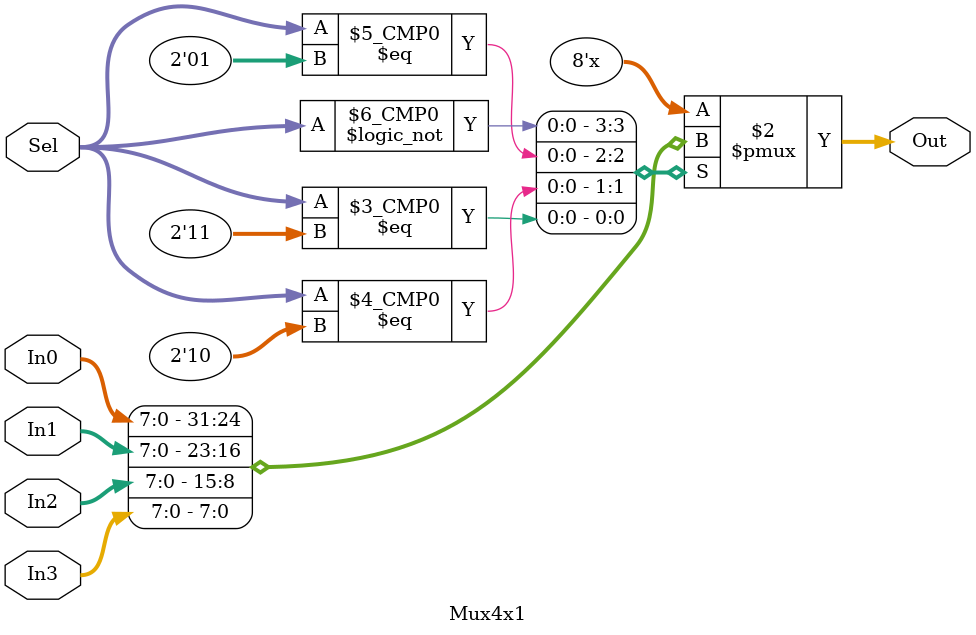
<source format=sv>
module MUX2x1 #(parameter SIZE = 8)(input [SIZE-1:0] i0, i1, input sel, output reg [SIZE-1:0] out);
	always @ (*) out = (sel)? i1 : i0;
endmodule 


//Mux 4x1
module Mux4x1 #(parameter SIZE = 8)(input logic [SIZE-1:0] In0, In1, In2, In3,
												input logic [1:0] Sel,
												output logic[SIZE-1:0] Out);
	
	always_comb
		case (Sel)
			2'h0: Out = In0;
			2'h1: Out = In1;
			2'h2: Out = In2;
			2'h3: Out = In3;
			default: Out = 8'bxxxxxxxx;
		endcase
endmodule
</source>
